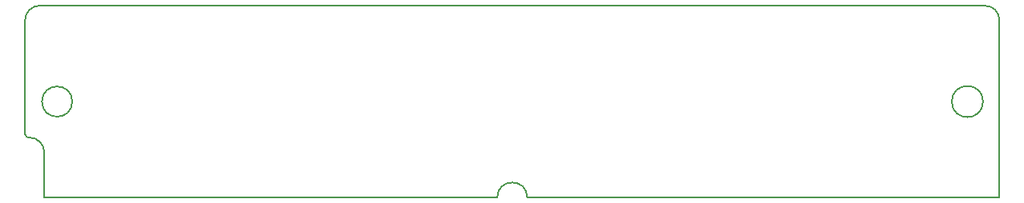
<source format=gm1>
G04 #@! TF.GenerationSoftware,KiCad,Pcbnew,(5.1.10-1-10_14)*
G04 #@! TF.CreationDate,2021-07-01T18:54:56-04:00*
G04 #@! TF.ProjectId,MacVRAMSIMM,4d616356-5241-44d5-9349-4d4d2e6b6963,1.0*
G04 #@! TF.SameCoordinates,Original*
G04 #@! TF.FileFunction,Profile,NP*
%FSLAX46Y46*%
G04 Gerber Fmt 4.6, Leading zero omitted, Abs format (unit mm)*
G04 Created by KiCad (PCBNEW (5.1.10-1-10_14)) date 2021-07-01 18:54:56*
%MOMM*%
%LPD*%
G01*
G04 APERTURE LIST*
G04 #@! TA.AperFunction,Profile*
%ADD10C,0.150000*%
G04 #@! TD*
G04 APERTURE END LIST*
D10*
X69596000Y-121285000D02*
X69659500Y-121285000D01*
X69596000Y-121285000D02*
G75*
G02*
X69215000Y-120904000I0J381000D01*
G01*
X170357800Y-117475000D02*
G75*
G03*
X170357800Y-117475000I-1651000J0D01*
G01*
X74193200Y-117475000D02*
G75*
G03*
X74193200Y-117475000I-1600000J0D01*
G01*
X69215000Y-108839000D02*
G75*
G02*
X70739000Y-107315000I1524000J0D01*
G01*
X170561000Y-107315000D02*
G75*
G02*
X172085000Y-108839000I0J-1524000D01*
G01*
X71247000Y-122872500D02*
X71247000Y-127635000D01*
X71247000Y-127635000D02*
X119062500Y-127635000D01*
X122237500Y-127635000D02*
X172085000Y-127635000D01*
X172085000Y-127635000D02*
X172085000Y-108839000D01*
X69215000Y-120904000D02*
X69215000Y-108839000D01*
X69659500Y-121285000D02*
G75*
G02*
X71247000Y-122872500I0J-1587500D01*
G01*
X119062500Y-127635000D02*
G75*
G02*
X122237500Y-127635000I1587500J0D01*
G01*
X70739000Y-107315000D02*
X170561000Y-107315000D01*
M02*

</source>
